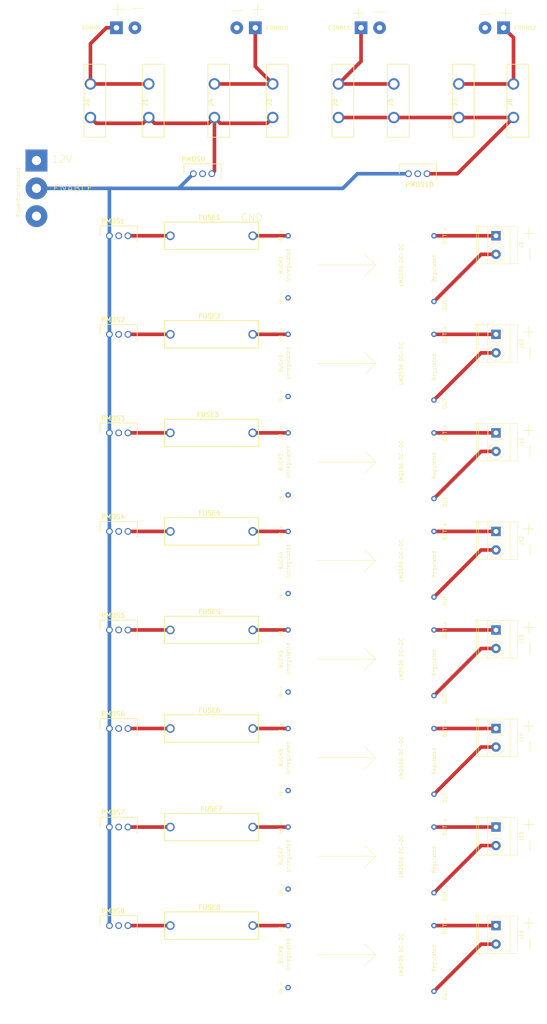
<source format=kicad_pcb>
(kicad_pcb (version 20171130) (host pcbnew "(5.1.4)-1")
  (layers (0 F.Cu signal) (1 In1.Cu power hide) (2 In2.Cu power) (31 B.Cu signal) (34 B.Paste user) (35 F.Paste user) (36 B.SilkS user) (37 F.SilkS user) (38 B.Mask user) (39 F.Mask user) (44 Edge.Cuts user))
  (net 0 "")
  (net 1 "Net-(FUSE1-Pad1)")
  (net 2 "Net-(FUSE2-Pad1)")
  (net 3 "Net-(FUSE3-Pad1)")
  (net 4 "Net-(FUSE4-Pad1)")
  (net 5 "Net-(FUSE5-Pad1)")
  (net 6 "Net-(FUSE6-Pad1)")
  (net 7 "Net-(FUSE7-Pad1)")
  (net 8 "Net-(FUSE8-Pad1)")
  (net 9 "Net-(CONN9-Pad1)")
  (net 10 "Net-(J1-Pad1)")
  (net 11 "Net-(CONN10-Pad1)")
  (net 12 "Net-(CONN11-Pad1)")
  (net 13 "Net-(J5-Pad1)")
  (net 14 "Net-(CONN12-Pad1)")
  (net 15 +12V)
  (net 16 "Net-(BUCK1-Pad4)")
  (net 17 "Net-(BUCK1-Pad3)")
  (net 18 GND)
  (net 19 "Net-(BUCK2-Pad4)")
  (net 20 "Net-(BUCK2-Pad3)")
  (net 21 "Net-(BUCK3-Pad4)")
  (net 22 "Net-(BUCK3-Pad3)")
  (net 23 "Net-(BUCK4-Pad4)")
  (net 24 "Net-(BUCK4-Pad3)")
  (net 25 "Net-(BUCK5-Pad4)")
  (net 26 "Net-(BUCK5-Pad3)")
  (net 27 "Net-(BUCK6-Pad4)")
  (net 28 "Net-(BUCK6-Pad3)")
  (net 29 "Net-(BUCK7-Pad4)")
  (net 30 "Net-(BUCK7-Pad3)")
  (net 31 "Net-(BUCK8-Pad4)")
  (net 32 "Net-(BUCK8-Pad3)")
  (net 33 /ENABLE)
  (net 34 "Net-(BUCK1-Pad2)")
  (net 35 "Net-(BUCK2-Pad2)")
  (net 36 "Net-(BUCK3-Pad2)")
  (net 37 "Net-(BUCK4-Pad2)")
  (net 38 "Net-(BUCK5-Pad2)")
  (net 39 "Net-(BUCK6-Pad2)")
  (net 40 "Net-(BUCK7-Pad2)")
  (net 41 "Net-(BUCK8-Pad2)")
  (module SCR_KiCAD_Lib:LM2596 (layer F.Cu) (at 368 70 90)
    (fp_text reference BUCK2 (at -1 1 90) (layer F.SilkS))
    (fp_text value LM2596)
    (fp_text user "LM2596 DC-DC" (at -1 34 90) (layer F.SilkS))
    (fp_text user "OUT +" (at 7 46 90) (layer F.SilkS))
    (fp_text user "OUT -" (at -11 46 90) (layer F.SilkS))
    (fp_text user "IN +" (at 7 1 90) (layer F.SilkS))
    (fp_text user "IN -" (at -10 1 90) (layer F.SilkS))
    (fp_text user Regulated (at -2 43 90) (layer F.SilkS))
    (fp_text user Unregulated (at -1 3 90) (layer F.SilkS))
    (pad 4 thru_hole circle (at 7 43 90) (size 1.524 1.524) (drill 0.762) (layers *.Cu *.Mask) (net 19 "Net-(BUCK2-Pad4)"))
    (pad 3 thru_hole circle (at -11 43 90) (size 1.524 1.524) (drill 0.762) (layers *.Cu *.Mask) (net 20 "Net-(BUCK2-Pad3)"))
    (pad 2 thru_hole circle (at 7 3 90) (size 1.524 1.524) (drill 0.762) (layers *.Cu *.Mask) (net 35 "Net-(BUCK2-Pad2)"))
    (pad 1 thru_hole circle (at -10 3 90) (size 1.524 1.524) (drill 0.762) (layers *.Cu *.Mask) (net 18 GND))
  )
  (module Connector_Wire:SolderWirePad_1x02_P5.08mm_Drill1.5mm (layer F.Cu) (at 430.08 -21 180)
    (fp_text reference CONN12 (at -5.92 0) (layer F.SilkS))
    (fp_text value Conn_01x02)
    (pad 2 thru_hole circle (at 5.08 0 180) (size 3.50012 3.50012) (drill 1.50114) (layers *.Cu *.Mask) (net 18 GND))
    (pad 1 thru_hole rect (at 0 0 180) (size 3.50012 3.50012) (drill 1.50114) (layers *.Cu *.Mask) (net 14 "Net-(CONN12-Pad1)"))
  )
  (module Connector_Wire:SolderWirePad_1x02_P5.08mm_Drill1.5mm (layer F.Cu) (at 391 -21)
    (fp_text reference CONN11 (at -6 0) (layer F.SilkS))
    (fp_text value Conn_01x02)
    (pad 2 thru_hole circle (at 5.08 0) (size 3.50012 3.50012) (drill 1.50114) (layers *.Cu *.Mask) (net 18 GND))
    (pad 1 thru_hole rect (at 0 0) (size 3.50012 3.50012) (drill 1.50114) (layers *.Cu *.Mask) (net 12 "Net-(CONN11-Pad1)"))
  )
  (module Connector_Wire:SolderWirePad_1x02_P5.08mm_Drill1.5mm (layer F.Cu) (at 362 -21 180)
    (fp_text reference CONN10 (at -6 0) (layer F.SilkS))
    (fp_text value Conn_01x02)
    (pad 2 thru_hole circle (at 5.08 0 180) (size 3.50012 3.50012) (drill 1.50114) (layers *.Cu *.Mask) (net 18 GND))
    (pad 1 thru_hole rect (at 0 0 180) (size 3.50012 3.50012) (drill 1.50114) (layers *.Cu *.Mask) (net 11 "Net-(CONN10-Pad1)"))
  )
  (module Connector_Wire:SolderWirePad_1x02_P5.08mm_Drill1.5mm (layer F.Cu) (at 323.92 -21)
    (fp_text reference CONN9 (at -6.92 0) (layer F.SilkS))
    (fp_text value Conn_01x02)
    (pad 2 thru_hole circle (at 5.08 0) (size 3.50012 3.50012) (drill 1.50114) (layers *.Cu *.Mask) (net 18 GND))
    (pad 1 thru_hole rect (at 0 0) (size 3.50012 3.50012) (drill 1.50114) (layers *.Cu *.Mask) (net 9 "Net-(CONN9-Pad1)"))
  )
  (module Connector_Wire:SolderWirePad_1x03_P7.62mm_Drill2.5mm (layer F.Cu) (at 302 15.38 270)
    (fp_text reference PowerConnection1 (at 8.62 5 90) (layer F.SilkS))
    (fp_text value Conn_01x03)
    (pad 3 thru_hole circle (at 15.24 0 270) (size 5.99948 5.99948) (drill 2.49936) (layers *.Cu *.Mask) (net 18 GND))
    (pad 2 thru_hole circle (at 7.62 0 270) (size 5.99948 5.99948) (drill 2.49936) (layers *.Cu *.Mask) (net 33 /ENABLE))
    (pad 1 thru_hole rect (at 0 0 270) (size 5.99948 5.99948) (drill 2.49936) (layers *.Cu *.Mask) (net 15 +12V))
  )
  (module TerminalBlock_Phoenix:TerminalBlock_Phoenix_MKDS-3-2-5.08_1x02_P5.08mm_Horizontal (layer F.Cu) (at 428 225 270)
    (fp_text reference J16 (at 2.54 -6.96 90) (layer F.SilkS))
    (fp_text value Screw_Terminal_01x02)
    (pad 2 thru_hole circle (at 5.08 0 270) (size 2.6 2.6) (drill 1.3) (layers *.Cu *.Mask) (net 32 "Net-(BUCK8-Pad3)"))
    (pad 1 thru_hole rect (at 0 0 270) (size 2.6 2.6) (drill 1.3) (layers *.Cu *.Mask) (net 31 "Net-(BUCK8-Pad4)"))
  )
  (module TerminalBlock_Phoenix:TerminalBlock_Phoenix_MKDS-3-2-5.08_1x02_P5.08mm_Horizontal (layer F.Cu) (at 428 198 270)
    (fp_text reference J15 (at 2.54 -6.96 90) (layer F.SilkS))
    (fp_text value Screw_Terminal_01x02)
    (pad 2 thru_hole circle (at 5.08 0 270) (size 2.6 2.6) (drill 1.3) (layers *.Cu *.Mask) (net 30 "Net-(BUCK7-Pad3)"))
    (pad 1 thru_hole rect (at 0 0 270) (size 2.6 2.6) (drill 1.3) (layers *.Cu *.Mask) (net 29 "Net-(BUCK7-Pad4)"))
  )
  (module TerminalBlock_Phoenix:TerminalBlock_Phoenix_MKDS-3-2-5.08_1x02_P5.08mm_Horizontal (layer F.Cu) (at 428 171 270)
    (fp_text reference J14 (at 2.54 -6.96 90) (layer F.SilkS))
    (fp_text value Screw_Terminal_01x02)
    (pad 2 thru_hole circle (at 5.08 0 270) (size 2.6 2.6) (drill 1.3) (layers *.Cu *.Mask) (net 28 "Net-(BUCK6-Pad3)"))
    (pad 1 thru_hole rect (at 0 0 270) (size 2.6 2.6) (drill 1.3) (layers *.Cu *.Mask) (net 27 "Net-(BUCK6-Pad4)"))
  )
  (module TerminalBlock_Phoenix:TerminalBlock_Phoenix_MKDS-3-2-5.08_1x02_P5.08mm_Horizontal (layer F.Cu) (at 428 144 270)
    (fp_text reference J13 (at 2.54 -6.96 90) (layer F.SilkS))
    (fp_text value Screw_Terminal_01x02)
    (pad 2 thru_hole circle (at 5.08 0 270) (size 2.6 2.6) (drill 1.3) (layers *.Cu *.Mask) (net 26 "Net-(BUCK5-Pad3)"))
    (pad 1 thru_hole rect (at 0 0 270) (size 2.6 2.6) (drill 1.3) (layers *.Cu *.Mask) (net 25 "Net-(BUCK5-Pad4)"))
  )
  (module TerminalBlock_Phoenix:TerminalBlock_Phoenix_MKDS-3-2-5.08_1x02_P5.08mm_Horizontal (layer F.Cu) (at 428 117 270)
    (fp_text reference J12 (at 2.54 -6.96 90) (layer F.SilkS))
    (fp_text value Screw_Terminal_01x02)
    (pad 2 thru_hole circle (at 5.08 0 270) (size 2.6 2.6) (drill 1.3) (layers *.Cu *.Mask) (net 24 "Net-(BUCK4-Pad3)"))
    (pad 1 thru_hole rect (at 0 0 270) (size 2.6 2.6) (drill 1.3) (layers *.Cu *.Mask) (net 23 "Net-(BUCK4-Pad4)"))
  )
  (module TerminalBlock_Phoenix:TerminalBlock_Phoenix_MKDS-3-2-5.08_1x02_P5.08mm_Horizontal (layer F.Cu) (at 428 90 270)
    (fp_text reference J11 (at 2.54 -6.96 90) (layer F.SilkS))
    (fp_text value Screw_Terminal_01x02)
    (pad 2 thru_hole circle (at 5.08 0 270) (size 2.6 2.6) (drill 1.3) (layers *.Cu *.Mask) (net 22 "Net-(BUCK3-Pad3)"))
    (pad 1 thru_hole rect (at 0 0 270) (size 2.6 2.6) (drill 1.3) (layers *.Cu *.Mask) (net 21 "Net-(BUCK3-Pad4)"))
  )
  (module TerminalBlock_Phoenix:TerminalBlock_Phoenix_MKDS-3-2-5.08_1x02_P5.08mm_Horizontal (layer F.Cu) (at 428 63 270)
    (fp_text reference J10 (at 2.54 -6.96 90) (layer F.SilkS))
    (fp_text value Screw_Terminal_01x02)
    (pad 2 thru_hole circle (at 5.08 0 270) (size 2.6 2.6) (drill 1.3) (layers *.Cu *.Mask) (net 20 "Net-(BUCK2-Pad3)"))
    (pad 1 thru_hole rect (at 0 0 270) (size 2.6 2.6) (drill 1.3) (layers *.Cu *.Mask) (net 19 "Net-(BUCK2-Pad4)"))
  )
  (module TerminalBlock_Phoenix:TerminalBlock_Phoenix_MKDS-3-2-5.08_1x02_P5.08mm_Horizontal (layer F.Cu) (at 428 36 270)
    (fp_text reference J9 (at 2.54 -6.96 90) (layer F.SilkS))
    (fp_text value Screw_Terminal_01x02)
    (pad 2 thru_hole circle (at 5.08 0 270) (size 2.6 2.6) (drill 1.3) (layers *.Cu *.Mask) (net 17 "Net-(BUCK1-Pad3)"))
    (pad 1 thru_hole rect (at 0 0 270) (size 2.6 2.6) (drill 1.3) (layers *.Cu *.Mask) (net 16 "Net-(BUCK1-Pad4)"))
  )
  (module SCR_KiCAD_Lib:LM2596 (layer F.Cu) (at 368 232 90)
    (fp_text reference BUCK8 (at -1 1 90) (layer F.SilkS))
    (fp_text value LM2596)
    (fp_text user "LM2596 DC-DC" (at -1 34 90) (layer F.SilkS))
    (fp_text user "OUT +" (at 7 46 90) (layer F.SilkS))
    (fp_text user "OUT -" (at -11 46 90) (layer F.SilkS))
    (fp_text user "IN +" (at 7 1 90) (layer F.SilkS))
    (fp_text user "IN -" (at -10 1 90) (layer F.SilkS))
    (fp_text user Regulated (at -2 43 90) (layer F.SilkS))
    (fp_text user Unregulated (at -1 3 90) (layer F.SilkS))
    (pad 4 thru_hole circle (at 7 43 90) (size 1.524 1.524) (drill 0.762) (layers *.Cu *.Mask) (net 31 "Net-(BUCK8-Pad4)"))
    (pad 3 thru_hole circle (at -11 43 90) (size 1.524 1.524) (drill 0.762) (layers *.Cu *.Mask) (net 32 "Net-(BUCK8-Pad3)"))
    (pad 2 thru_hole circle (at 7 3 90) (size 1.524 1.524) (drill 0.762) (layers *.Cu *.Mask) (net 41 "Net-(BUCK8-Pad2)"))
    (pad 1 thru_hole circle (at -10 3 90) (size 1.524 1.524) (drill 0.762) (layers *.Cu *.Mask) (net 18 GND))
  )
  (module SCR_KiCAD_Lib:LM2596 (layer F.Cu) (at 368 205 90)
    (fp_text reference BUCK7 (at -1 1 90) (layer F.SilkS))
    (fp_text value LM2596)
    (fp_text user "LM2596 DC-DC" (at -1 34 90) (layer F.SilkS))
    (fp_text user "OUT +" (at 7 46 90) (layer F.SilkS))
    (fp_text user "OUT -" (at -11 46 90) (layer F.SilkS))
    (fp_text user "IN +" (at 7 1 90) (layer F.SilkS))
    (fp_text user "IN -" (at -10 1 90) (layer F.SilkS))
    (fp_text user Regulated (at -2 43 90) (layer F.SilkS))
    (fp_text user Unregulated (at -1 3 90) (layer F.SilkS))
    (pad 4 thru_hole circle (at 7 43 90) (size 1.524 1.524) (drill 0.762) (layers *.Cu *.Mask) (net 29 "Net-(BUCK7-Pad4)"))
    (pad 3 thru_hole circle (at -11 43 90) (size 1.524 1.524) (drill 0.762) (layers *.Cu *.Mask) (net 30 "Net-(BUCK7-Pad3)"))
    (pad 2 thru_hole circle (at 7 3 90) (size 1.524 1.524) (drill 0.762) (layers *.Cu *.Mask) (net 40 "Net-(BUCK7-Pad2)"))
    (pad 1 thru_hole circle (at -10 3 90) (size 1.524 1.524) (drill 0.762) (layers *.Cu *.Mask) (net 18 GND))
  )
  (module SCR_KiCAD_Lib:LM2596 (layer F.Cu) (at 368 178 90)
    (fp_text reference BUCK6 (at -1 1 90) (layer F.SilkS))
    (fp_text value LM2596)
    (fp_text user "LM2596 DC-DC" (at -1 34 90) (layer F.SilkS))
    (fp_text user "OUT +" (at 7 46 90) (layer F.SilkS))
    (fp_text user "OUT -" (at -11 46 90) (layer F.SilkS))
    (fp_text user "IN +" (at 7 1 90) (layer F.SilkS))
    (fp_text user "IN -" (at -10 1 90) (layer F.SilkS))
    (fp_text user Regulated (at -2 43 90) (layer F.SilkS))
    (fp_text user Unregulated (at -1 3 90) (layer F.SilkS))
    (pad 4 thru_hole circle (at 7 43 90) (size 1.524 1.524) (drill 0.762) (layers *.Cu *.Mask) (net 27 "Net-(BUCK6-Pad4)"))
    (pad 3 thru_hole circle (at -11 43 90) (size 1.524 1.524) (drill 0.762) (layers *.Cu *.Mask) (net 28 "Net-(BUCK6-Pad3)"))
    (pad 2 thru_hole circle (at 7 3 90) (size 1.524 1.524) (drill 0.762) (layers *.Cu *.Mask) (net 39 "Net-(BUCK6-Pad2)"))
    (pad 1 thru_hole circle (at -10 3 90) (size 1.524 1.524) (drill 0.762) (layers *.Cu *.Mask) (net 18 GND))
  )
  (module SCR_KiCAD_Lib:LM2596 (layer F.Cu) (at 368 151 90)
    (fp_text reference BUCK5 (at -1 1 90) (layer F.SilkS))
    (fp_text value LM2596)
    (fp_text user "LM2596 DC-DC" (at -1 34 90) (layer F.SilkS))
    (fp_text user "OUT +" (at 7 46 90) (layer F.SilkS))
    (fp_text user "OUT -" (at -11 46 90) (layer F.SilkS))
    (fp_text user "IN +" (at 7 1 90) (layer F.SilkS))
    (fp_text user "IN -" (at -10 1 90) (layer F.SilkS))
    (fp_text user Regulated (at -2 43 90) (layer F.SilkS))
    (fp_text user Unregulated (at -1 3 90) (layer F.SilkS))
    (pad 4 thru_hole circle (at 7 43 90) (size 1.524 1.524) (drill 0.762) (layers *.Cu *.Mask) (net 25 "Net-(BUCK5-Pad4)"))
    (pad 3 thru_hole circle (at -11 43 90) (size 1.524 1.524) (drill 0.762) (layers *.Cu *.Mask) (net 26 "Net-(BUCK5-Pad3)"))
    (pad 2 thru_hole circle (at 7 3 90) (size 1.524 1.524) (drill 0.762) (layers *.Cu *.Mask) (net 38 "Net-(BUCK5-Pad2)"))
    (pad 1 thru_hole circle (at -10 3 90) (size 1.524 1.524) (drill 0.762) (layers *.Cu *.Mask) (net 18 GND))
  )
  (module SCR_KiCAD_Lib:LM2596 (layer F.Cu) (at 368 124 90)
    (fp_text reference BUCK4 (at -1 1 90) (layer F.SilkS))
    (fp_text value LM2596)
    (fp_text user "LM2596 DC-DC" (at -1 34 90) (layer F.SilkS))
    (fp_text user "OUT +" (at 7 46 90) (layer F.SilkS))
    (fp_text user "OUT -" (at -11 46 90) (layer F.SilkS))
    (fp_text user "IN +" (at 7 1 90) (layer F.SilkS))
    (fp_text user "IN -" (at -10 1 90) (layer F.SilkS))
    (fp_text user Regulated (at -2 43 90) (layer F.SilkS))
    (fp_text user Unregulated (at -1 3 90) (layer F.SilkS))
    (pad 4 thru_hole circle (at 7 43 90) (size 1.524 1.524) (drill 0.762) (layers *.Cu *.Mask) (net 23 "Net-(BUCK4-Pad4)"))
    (pad 3 thru_hole circle (at -11 43 90) (size 1.524 1.524) (drill 0.762) (layers *.Cu *.Mask) (net 24 "Net-(BUCK4-Pad3)"))
    (pad 2 thru_hole circle (at 7 3 90) (size 1.524 1.524) (drill 0.762) (layers *.Cu *.Mask) (net 37 "Net-(BUCK4-Pad2)"))
    (pad 1 thru_hole circle (at -10 3 90) (size 1.524 1.524) (drill 0.762) (layers *.Cu *.Mask) (net 18 GND))
  )
  (module SCR_KiCAD_Lib:LM2596 (layer F.Cu) (at 368 97 90)
    (fp_text reference BUCK3 (at -1 1 90) (layer F.SilkS))
    (fp_text value LM2596)
    (fp_text user "LM2596 DC-DC" (at -1 34 90) (layer F.SilkS))
    (fp_text user "OUT +" (at 7 46 90) (layer F.SilkS))
    (fp_text user "OUT -" (at -11 46 90) (layer F.SilkS))
    (fp_text user "IN +" (at 7 1 90) (layer F.SilkS))
    (fp_text user "IN -" (at -10 1 90) (layer F.SilkS))
    (fp_text user Regulated (at -2 43 90) (layer F.SilkS))
    (fp_text user Unregulated (at -1 3 90) (layer F.SilkS))
    (pad 4 thru_hole circle (at 7 43 90) (size 1.524 1.524) (drill 0.762) (layers *.Cu *.Mask) (net 21 "Net-(BUCK3-Pad4)"))
    (pad 3 thru_hole circle (at -11 43 90) (size 1.524 1.524) (drill 0.762) (layers *.Cu *.Mask) (net 22 "Net-(BUCK3-Pad3)"))
    (pad 2 thru_hole circle (at 7 3 90) (size 1.524 1.524) (drill 0.762) (layers *.Cu *.Mask) (net 36 "Net-(BUCK3-Pad2)"))
    (pad 1 thru_hole circle (at -10 3 90) (size 1.524 1.524) (drill 0.762) (layers *.Cu *.Mask) (net 18 GND))
  )
  (module SCR_KiCAD_Lib:LM2596 (layer F.Cu) (at 368 43 90)
    (fp_text reference BUCK1 (at -1 1 90) (layer F.SilkS))
    (fp_text value LM2596)
    (fp_text user "LM2596 DC-DC" (at -1 34 90) (layer F.SilkS))
    (fp_text user "OUT +" (at 7 46 90) (layer F.SilkS))
    (fp_text user "OUT -" (at -11 46 90) (layer F.SilkS))
    (fp_text user "IN +" (at 7 1 90) (layer F.SilkS))
    (fp_text user "IN -" (at -10 1 90) (layer F.SilkS))
    (fp_text user Regulated (at -2 43 90) (layer F.SilkS))
    (fp_text user Unregulated (at -1 3 90) (layer F.SilkS))
    (pad 4 thru_hole circle (at 7 43 90) (size 1.524 1.524) (drill 0.762) (layers *.Cu *.Mask) (net 16 "Net-(BUCK1-Pad4)"))
    (pad 3 thru_hole circle (at -11 43 90) (size 1.524 1.524) (drill 0.762) (layers *.Cu *.Mask) (net 17 "Net-(BUCK1-Pad3)"))
    (pad 2 thru_hole circle (at 7 3 90) (size 1.524 1.524) (drill 0.762) (layers *.Cu *.Mask) (net 34 "Net-(BUCK1-Pad2)"))
    (pad 1 thru_hole circle (at -10 3 90) (size 1.524 1.524) (drill 0.762) (layers *.Cu *.Mask) (net 18 GND))
  )
  (module LibraryLoader:TO254P440X1000X2110-3P (layer F.Cu) (at 404 19)
    (fp_text reference PMOS10 (at 3 3) (layer F.SilkS) (effects (font (size 1.27 1.27) (thickness 0.254))))
    (fp_text value IPP120P04P4L03AKSA1 hide)
    (pad 3 thru_hole circle (at 5.08 0) (size 1.86 1.86) (drill 1.24) (layers *.Cu *.Mask) (net 13 "Net-(J5-Pad1)"))
    (pad 2 thru_hole circle (at 2.54 0) (size 1.86 1.86) (drill 1.24) (layers *.Cu *.Mask) (net 15 +12V))
    (pad 1 thru_hole circle (at 0 0) (size 1.86 1.86) (drill 1.24) (layers *.Cu *.Mask) (net 33 /ENABLE))
  )
  (module LibraryLoader:TO254P440X1000X2110-3P (layer F.Cu) (at 345 19)
    (fp_text reference PMOS9 (at 0 -4) (layer F.SilkS) (effects (font (size 1.27 1.27) (thickness 0.254))))
    (fp_text value IPP120P04P4L03AKSA1 hide)
    (pad 1 thru_hole circle (at 0 0) (size 1.86 1.86) (drill 1.24) (layers *.Cu *.Mask) (net 33 /ENABLE))
    (pad 2 thru_hole circle (at 2.54 0) (size 1.86 1.86) (drill 1.24) (layers *.Cu *.Mask) (net 15 +12V))
    (pad 3 thru_hole circle (at 5.08 0) (size 1.86 1.86) (drill 1.24) (layers *.Cu *.Mask) (net 10 "Net-(J1-Pad1)"))
  )
  (module LibraryLoader:TO254P440X1000X2110-3P (layer F.Cu) (at 322 225)
    (fp_text reference PMOS8 (at 1 -4) (layer F.SilkS) (effects (font (size 1.27 1.27) (thickness 0.254))))
    (fp_text value IPP120P04P4L03AKSA1 hide)
    (pad 3 thru_hole circle (at 5.08 0) (size 1.86 1.86) (drill 1.24) (layers *.Cu *.Mask) (net 8 "Net-(FUSE8-Pad1)"))
    (pad 2 thru_hole circle (at 2.54 0) (size 1.86 1.86) (drill 1.24) (layers *.Cu *.Mask) (net 15 +12V))
    (pad 1 thru_hole circle (at 0 0) (size 1.86 1.86) (drill 1.24) (layers *.Cu *.Mask) (net 33 /ENABLE))
  )
  (module LibraryLoader:TO254P440X1000X2110-3P (layer F.Cu) (at 322 198)
    (fp_text reference PMOS7 (at 1 -4) (layer F.SilkS) (effects (font (size 1.27 1.27) (thickness 0.254))))
    (fp_text value IPP120P04P4L03AKSA1 hide)
    (pad 3 thru_hole circle (at 5.08 0) (size 1.86 1.86) (drill 1.24) (layers *.Cu *.Mask) (net 7 "Net-(FUSE7-Pad1)"))
    (pad 2 thru_hole circle (at 2.54 0) (size 1.86 1.86) (drill 1.24) (layers *.Cu *.Mask) (net 15 +12V))
    (pad 1 thru_hole circle (at 0 0) (size 1.86 1.86) (drill 1.24) (layers *.Cu *.Mask) (net 33 /ENABLE))
  )
  (module LibraryLoader:TO254P440X1000X2110-3P (layer F.Cu) (at 322 171)
    (fp_text reference PMOS6 (at 1 -4) (layer F.SilkS) (effects (font (size 1.27 1.27) (thickness 0.254))))
    (fp_text value IPP120P04P4L03AKSA1 hide)
    (pad 3 thru_hole circle (at 5.08 0) (size 1.86 1.86) (drill 1.24) (layers *.Cu *.Mask) (net 6 "Net-(FUSE6-Pad1)"))
    (pad 2 thru_hole circle (at 2.54 0) (size 1.86 1.86) (drill 1.24) (layers *.Cu *.Mask) (net 15 +12V))
    (pad 1 thru_hole circle (at 0 0) (size 1.86 1.86) (drill 1.24) (layers *.Cu *.Mask) (net 33 /ENABLE))
  )
  (module LibraryLoader:TO254P440X1000X2110-3P (layer F.Cu) (at 322 144)
    (fp_text reference PMOS5 (at 1 -4) (layer F.SilkS) (effects (font (size 1.27 1.27) (thickness 0.254))))
    (fp_text value IPP120P04P4L03AKSA1 hide)
    (pad 3 thru_hole circle (at 5.08 0) (size 1.86 1.86) (drill 1.24) (layers *.Cu *.Mask) (net 5 "Net-(FUSE5-Pad1)"))
    (pad 2 thru_hole circle (at 2.54 0) (size 1.86 1.86) (drill 1.24) (layers *.Cu *.Mask) (net 15 +12V))
    (pad 1 thru_hole circle (at 0 0) (size 1.86 1.86) (drill 1.24) (layers *.Cu *.Mask) (net 33 /ENABLE))
  )
  (module LibraryLoader:TO254P440X1000X2110-3P (layer F.Cu) (at 322 117)
    (fp_text reference PMOS4 (at 1 -4) (layer F.SilkS) (effects (font (size 1.27 1.27) (thickness 0.254))))
    (fp_text value IPP120P04P4L03AKSA1 hide)
    (pad 3 thru_hole circle (at 5.08 0) (size 1.86 1.86) (drill 1.24) (layers *.Cu *.Mask) (net 4 "Net-(FUSE4-Pad1)"))
    (pad 2 thru_hole circle (at 2.54 0) (size 1.86 1.86) (drill 1.24) (layers *.Cu *.Mask) (net 15 +12V))
    (pad 1 thru_hole circle (at 0 0) (size 1.86 1.86) (drill 1.24) (layers *.Cu *.Mask) (net 33 /ENABLE))
  )
  (module LibraryLoader:TO254P440X1000X2110-3P (layer F.Cu) (at 322 90)
    (fp_text reference PMOS3 (at 1 -4) (layer F.SilkS) (effects (font (size 1.27 1.27) (thickness 0.254))))
    (fp_text value IPP120P04P4L03AKSA1 hide)
    (pad 3 thru_hole circle (at 5.08 0) (size 1.86 1.86) (drill 1.24) (layers *.Cu *.Mask) (net 3 "Net-(FUSE3-Pad1)"))
    (pad 2 thru_hole circle (at 2.54 0) (size 1.86 1.86) (drill 1.24) (layers *.Cu *.Mask) (net 15 +12V))
    (pad 1 thru_hole circle (at 0 0) (size 1.86 1.86) (drill 1.24) (layers *.Cu *.Mask) (net 33 /ENABLE))
  )
  (module LibraryLoader:TO254P440X1000X2110-3P (layer F.Cu) (at 322 63)
    (fp_text reference PMOS2 (at 1 -4) (layer F.SilkS) (effects (font (size 1.27 1.27) (thickness 0.254))))
    (fp_text value IPP120P04P4L03AKSA1 hide)
    (pad 3 thru_hole circle (at 5.08 0) (size 1.86 1.86) (drill 1.24) (layers *.Cu *.Mask) (net 2 "Net-(FUSE2-Pad1)"))
    (pad 2 thru_hole circle (at 2.54 0) (size 1.86 1.86) (drill 1.24) (layers *.Cu *.Mask) (net 15 +12V))
    (pad 1 thru_hole circle (at 0 0) (size 1.86 1.86) (drill 1.24) (layers *.Cu *.Mask) (net 33 /ENABLE))
  )
  (module LibraryLoader:TO254P440X1000X2110-3P (layer F.Cu) (at 322 36)
    (fp_text reference PMOS1 (at 1 -4) (layer F.SilkS) (effects (font (size 1.27 1.27) (thickness 0.254))))
    (fp_text value IPP120P04P4L03AKSA1 hide)
    (pad 3 thru_hole circle (at 5.08 0) (size 1.86 1.86) (drill 1.24) (layers *.Cu *.Mask) (net 1 "Net-(FUSE1-Pad1)"))
    (pad 2 thru_hole circle (at 2.54 0) (size 1.86 1.86) (drill 1.24) (layers *.Cu *.Mask) (net 15 +12V))
    (pad 1 thru_hole circle (at 0 0) (size 1.86 1.86) (drill 1.24) (layers *.Cu *.Mask) (net 33 /ENABLE))
  )
  (module LibraryLoader:178.6164.0002_1 (layer F.Cu) (at 434 -1 90)
    (fp_text reference J8 (at -0.437 -2.197 90) (layer F.SilkS) (effects (font (size 1.27 1.27) (thickness 0.254))))
    (fp_text value 178.6164.0002 hide)
    (pad 3 np_thru_hole circle (at 0 0 90) (size 2.45 0) (drill 2.45) (layers *.Cu *.Mask))
    (pad 2 thru_hole circle (at 4.6 -1.2 90) (size 3.15 3.15) (drill 2.1) (layers *.Cu *.Mask) (net 14 "Net-(CONN12-Pad1)"))
    (pad 1 thru_hole circle (at -4.6 -1.2 90) (size 3.15 3.15) (drill 2.1) (layers *.Cu *.Mask) (net 13 "Net-(J5-Pad1)"))
  )
  (module LibraryLoader:178.6164.0002_1 (layer F.Cu) (at 419 -1 90)
    (fp_text reference J7 (at -0.437 -2.197 90) (layer F.SilkS) (effects (font (size 1.27 1.27) (thickness 0.254))))
    (fp_text value 178.6164.0002 hide)
    (pad 3 np_thru_hole circle (at 0 0 90) (size 2.45 0) (drill 2.45) (layers *.Cu *.Mask))
    (pad 2 thru_hole circle (at 4.6 -1.2 90) (size 3.15 3.15) (drill 2.1) (layers *.Cu *.Mask) (net 14 "Net-(CONN12-Pad1)"))
    (pad 1 thru_hole circle (at -4.6 -1.2 90) (size 3.15 3.15) (drill 2.1) (layers *.Cu *.Mask) (net 13 "Net-(J5-Pad1)"))
  )
  (module LibraryLoader:178.6164.0002_1 (layer F.Cu) (at 401.2 -1 90)
    (fp_text reference J6 (at -0.437 -2.197 90) (layer F.SilkS) (effects (font (size 1.27 1.27) (thickness 0.254))))
    (fp_text value 178.6164.0002 hide)
    (pad 3 np_thru_hole circle (at 0 0 90) (size 2.45 0) (drill 2.45) (layers *.Cu *.Mask))
    (pad 2 thru_hole circle (at 4.6 -1.2 90) (size 3.15 3.15) (drill 2.1) (layers *.Cu *.Mask) (net 12 "Net-(CONN11-Pad1)"))
    (pad 1 thru_hole circle (at -4.6 -1.2 90) (size 3.15 3.15) (drill 2.1) (layers *.Cu *.Mask) (net 13 "Net-(J5-Pad1)"))
  )
  (module LibraryLoader:178.6164.0002_1 (layer F.Cu) (at 386 -1 90)
    (fp_text reference J5 (at -0.437 -2.197 90) (layer F.SilkS) (effects (font (size 1.27 1.27) (thickness 0.254))))
    (fp_text value 178.6164.0002 hide)
    (pad 3 np_thru_hole circle (at 0 0 90) (size 2.45 0) (drill 2.45) (layers *.Cu *.Mask))
    (pad 2 thru_hole circle (at 4.6 -1.2 90) (size 3.15 3.15) (drill 2.1) (layers *.Cu *.Mask) (net 12 "Net-(CONN11-Pad1)"))
    (pad 1 thru_hole circle (at -4.6 -1.2 90) (size 3.15 3.15) (drill 2.1) (layers *.Cu *.Mask) (net 13 "Net-(J5-Pad1)"))
  )
  (module LibraryLoader:178.6164.0002_1 (layer F.Cu) (at 352 -1 90)
    (fp_text reference J4 (at -0.437 -2.197 90) (layer F.SilkS) (effects (font (size 1.27 1.27) (thickness 0.254))))
    (fp_text value 178.6164.0002 hide)
    (pad 3 np_thru_hole circle (at 0 0 90) (size 2.45 0) (drill 2.45) (layers *.Cu *.Mask))
    (pad 2 thru_hole circle (at 4.6 -1.2 90) (size 3.15 3.15) (drill 2.1) (layers *.Cu *.Mask) (net 11 "Net-(CONN10-Pad1)"))
    (pad 1 thru_hole circle (at -4.6 -1.2 90) (size 3.15 3.15) (drill 2.1) (layers *.Cu *.Mask) (net 10 "Net-(J1-Pad1)"))
  )
  (module LibraryLoader:178.6164.0002_1 (layer F.Cu) (at 368 -1 90)
    (fp_text reference J3 (at -0.437 -2.197 90) (layer F.SilkS) (effects (font (size 1.27 1.27) (thickness 0.254))))
    (fp_text value 178.6164.0002 hide)
    (pad 3 np_thru_hole circle (at 0 0 90) (size 2.45 0) (drill 2.45) (layers *.Cu *.Mask))
    (pad 2 thru_hole circle (at 4.6 -1.2 90) (size 3.15 3.15) (drill 2.1) (layers *.Cu *.Mask) (net 11 "Net-(CONN10-Pad1)"))
    (pad 1 thru_hole circle (at -4.6 -1.2 90) (size 3.15 3.15) (drill 2.1) (layers *.Cu *.Mask) (net 10 "Net-(J1-Pad1)"))
  )
  (module LibraryLoader:178.6164.0002_1 (layer F.Cu) (at 318 -1 90)
    (fp_text reference J2 (at -0.437 -2.197 90) (layer F.SilkS) (effects (font (size 1.27 1.27) (thickness 0.254))))
    (fp_text value 178.6164.0002 hide)
    (pad 3 np_thru_hole circle (at 0 0 90) (size 2.45 0) (drill 2.45) (layers *.Cu *.Mask))
    (pad 2 thru_hole circle (at 4.6 -1.2 90) (size 3.15 3.15) (drill 2.1) (layers *.Cu *.Mask) (net 9 "Net-(CONN9-Pad1)"))
    (pad 1 thru_hole circle (at -4.6 -1.2 90) (size 3.15 3.15) (drill 2.1) (layers *.Cu *.Mask) (net 10 "Net-(J1-Pad1)"))
  )
  (module LibraryLoader:178.6164.0002_1 (layer F.Cu) (at 334 -1 90)
    (fp_text reference J1 (at -0.437 -2.197 90) (layer F.SilkS) (effects (font (size 1.27 1.27) (thickness 0.254))))
    (fp_text value 178.6164.0002 hide)
    (pad 3 np_thru_hole circle (at 0 0 90) (size 2.45 0) (drill 2.45) (layers *.Cu *.Mask))
    (pad 2 thru_hole circle (at 4.6 -1.2 90) (size 3.15 3.15) (drill 2.1) (layers *.Cu *.Mask) (net 9 "Net-(CONN9-Pad1)"))
    (pad 1 thru_hole circle (at -4.6 -1.2 90) (size 3.15 3.15) (drill 2.1) (layers *.Cu *.Mask) (net 10 "Net-(J1-Pad1)"))
  )
  (module LibraryLoader:646-SERIESHOLDER (layer F.Cu) (at 350 225)
    (fp_text reference FUSE8 (at -0.565 -5) (layer F.SilkS) (effects (font (size 1.27 1.27) (thickness 0.254))))
    (fp_text value 64600001003 hide)
    (pad 2 thru_hole circle (at 11.3 0) (size 2.4 2.4) (drill 1.6) (layers *.Cu *.Mask) (net 41 "Net-(BUCK8-Pad2)"))
    (pad 1 thru_hole circle (at -11.3 0) (size 2.4 2.4) (drill 1.6) (layers *.Cu *.Mask) (net 8 "Net-(FUSE8-Pad1)"))
  )
  (module LibraryLoader:646-SERIESHOLDER (layer F.Cu) (at 350 198)
    (fp_text reference FUSE7 (at 0 -5) (layer F.SilkS) (effects (font (size 1.27 1.27) (thickness 0.254))))
    (fp_text value 64600001003 hide)
    (pad 2 thru_hole circle (at 11.3 0) (size 2.4 2.4) (drill 1.6) (layers *.Cu *.Mask) (net 40 "Net-(BUCK7-Pad2)"))
    (pad 1 thru_hole circle (at -11.3 0) (size 2.4 2.4) (drill 1.6) (layers *.Cu *.Mask) (net 7 "Net-(FUSE7-Pad1)"))
  )
  (module LibraryLoader:646-SERIESHOLDER (layer F.Cu) (at 350 171)
    (fp_text reference FUSE6 (at -0.565 -5) (layer F.SilkS) (effects (font (size 1.27 1.27) (thickness 0.254))))
    (fp_text value 64600001003 hide)
    (pad 2 thru_hole circle (at 11.3 0) (size 2.4 2.4) (drill 1.6) (layers *.Cu *.Mask) (net 39 "Net-(BUCK6-Pad2)"))
    (pad 1 thru_hole circle (at -11.3 0) (size 2.4 2.4) (drill 1.6) (layers *.Cu *.Mask) (net 6 "Net-(FUSE6-Pad1)"))
  )
  (module LibraryLoader:646-SERIESHOLDER (layer F.Cu) (at 350 144)
    (fp_text reference FUSE5 (at -0.565 -5) (layer F.SilkS) (effects (font (size 1.27 1.27) (thickness 0.254))))
    (fp_text value 64600001003 hide)
    (pad 2 thru_hole circle (at 11.3 0) (size 2.4 2.4) (drill 1.6) (layers *.Cu *.Mask) (net 38 "Net-(BUCK5-Pad2)"))
    (pad 1 thru_hole circle (at -11.3 0) (size 2.4 2.4) (drill 1.6) (layers *.Cu *.Mask) (net 5 "Net-(FUSE5-Pad1)"))
  )
  (module LibraryLoader:646-SERIESHOLDER (layer F.Cu) (at 350 117)
    (fp_text reference FUSE4 (at -0.565 -5) (layer F.SilkS) (effects (font (size 1.27 1.27) (thickness 0.254))))
    (fp_text value 64600001003 hide)
    (pad 2 thru_hole circle (at 11.3 0) (size 2.4 2.4) (drill 1.6) (layers *.Cu *.Mask) (net 37 "Net-(BUCK4-Pad2)"))
    (pad 1 thru_hole circle (at -11.3 0) (size 2.4 2.4) (drill 1.6) (layers *.Cu *.Mask) (net 4 "Net-(FUSE4-Pad1)"))
  )
  (module LibraryLoader:646-SERIESHOLDER (layer F.Cu) (at 350 90)
    (fp_text reference FUSE3 (at -1 -5) (layer F.SilkS) (effects (font (size 1.27 1.27) (thickness 0.254))))
    (fp_text value 64600001003 hide)
    (pad 2 thru_hole circle (at 11.3 0) (size 2.4 2.4) (drill 1.6) (layers *.Cu *.Mask) (net 36 "Net-(BUCK3-Pad2)"))
    (pad 1 thru_hole circle (at -11.3 0) (size 2.4 2.4) (drill 1.6) (layers *.Cu *.Mask) (net 3 "Net-(FUSE3-Pad1)"))
  )
  (module LibraryLoader:646-SERIESHOLDER (layer F.Cu) (at 350 63)
    (fp_text reference FUSE2 (at -0.565 -5) (layer F.SilkS) (effects (font (size 1.27 1.27) (thickness 0.254))))
    (fp_text value 64600001003 hide)
    (pad 2 thru_hole circle (at 11.3 0) (size 2.4 2.4) (drill 1.6) (layers *.Cu *.Mask) (net 35 "Net-(BUCK2-Pad2)"))
    (pad 1 thru_hole circle (at -11.3 0) (size 2.4 2.4) (drill 1.6) (layers *.Cu *.Mask) (net 2 "Net-(FUSE2-Pad1)"))
  )
  (module LibraryLoader:646-SERIESHOLDER (layer F.Cu) (at 350 36)
    (fp_text reference FUSE1 (at -0.565 -5) (layer F.SilkS) (effects (font (size 1.27 1.27) (thickness 0.254))))
    (fp_text value 64600001003 hide)
    (pad 2 thru_hole circle (at 11.3 0) (size 2.4 2.4) (drill 1.6) (layers *.Cu *.Mask) (net 34 "Net-(BUCK1-Pad2)"))
    (pad 1 thru_hole circle (at -11.3 0) (size 2.4 2.4) (drill 1.6) (layers *.Cu *.Mask) (net 1 "Net-(FUSE1-Pad1)"))
  )
  (gr_text ENABLE (at 312 23) (layer F.SilkS) (effects (font (size 2 2))))
  (gr_text GND (at 361 31) (layer F.SilkS) (effects (font (size 2 2))))
  (gr_text 12V (at 309 15) (layer F.SilkS) (effects (font (size 2 2))))
  (gr_text - (at 330 -26 180) (layer F.SilkS) (effects (font (size 4 4))))
  (gr_text + (at 324 -26 90) (layer F.SilkS) (effects (font (size 4 4))))
  (gr_text - (at 357 -26) (layer F.SilkS) (effects (font (size 4 4))))
  (gr_text + (at 363 -26 -90) (layer F.SilkS) (effects (font (size 4 4))))
  (gr_text - (at 425 -25) (layer F.SilkS) (effects (font (size 4 4))))
  (gr_text + (at 431 -25 -90) (layer F.SilkS) (effects (font (size 4 4))))
  (gr_text - (at 396 -25 180) (layer F.SilkS) (effects (font (size 4 4))))
  (gr_text + (at 390 -25 90) (layer F.SilkS) (effects (font (size 4 4))))
  (gr_text - (at 437 230 90) (layer F.SilkS) (effects (font (size 4 4))))
  (gr_text + (at 437 224) (layer F.SilkS) (effects (font (size 4 4))))
  (gr_text - (at 437 203 90) (layer F.SilkS) (effects (font (size 4 4))))
  (gr_text + (at 437 197) (layer F.SilkS) (effects (font (size 4 4))))
  (gr_text - (at 437 176 90) (layer F.SilkS) (effects (font (size 4 4))))
  (gr_text + (at 437 170) (layer F.SilkS) (effects (font (size 4 4))))
  (gr_text - (at 437 149 90) (layer F.SilkS) (effects (font (size 4 4))))
  (gr_text + (at 437 143) (layer F.SilkS) (effects (font (size 4 4))))
  (gr_text - (at 437 122 90) (layer F.SilkS) (effects (font (size 4 4))))
  (gr_text + (at 437 116) (layer F.SilkS) (effects (font (size 4 4))))
  (gr_text - (at 437 95 90) (layer F.SilkS) (effects (font (size 4 4))))
  (gr_text + (at 437 89) (layer F.SilkS) (effects (font (size 4 4))))
  (gr_text - (at 437 68 90) (layer F.SilkS) (effects (font (size 4 4))))
  (gr_text + (at 437 62) (layer F.SilkS) (effects (font (size 4 4))))
  (gr_text - (at 437 41 90) (layer F.SilkS) (effects (font (size 4 4))))
  (gr_text + (at 437 35) (layer F.SilkS) (effects (font (size 4 4))))
  (segment (start 327.08 36) (end 338.7 36) (width 1) (layer F.Cu) (net 1))
  (segment (start 327.08 63) (end 338.7 63) (width 1) (layer F.Cu) (net 2))
  (segment (start 327.08 90) (end 338.7 90) (width 1) (layer F.Cu) (net 3))
  (segment (start 327.08 117) (end 338.7 117) (width 1) (layer F.Cu) (net 4))
  (segment (start 327.08 144) (end 338.7 144) (width 1) (layer F.Cu) (net 5))
  (segment (start 327.08 171) (end 338.7 171) (width 1) (layer F.Cu) (net 6))
  (segment (start 338.7 198) (end 327.08 198) (width 1) (layer F.Cu) (net 7))
  (segment (start 327.08 225) (end 338.7 225) (width 1) (layer F.Cu) (net 8))
  (segment (start 332.8 -5.6) (end 316.8 -5.6) (width 1) (layer F.Cu) (net 9))
  (segment (start 321.16994 -21) (end 323.92 -21) (width 1) (layer F.Cu) (net 9))
  (segment (start 316.8 -16.63006) (end 321.16994 -21) (width 1) (layer F.Cu) (net 9))
  (segment (start 316.8 -5.6) (end 316.8 -16.63006) (width 1) (layer F.Cu) (net 9))
  (segment (start 352.374999 5.174999) (end 350.8 3.6) (width 1) (layer F.Cu) (net 10))
  (segment (start 365.225001 5.174999) (end 352.374999 5.174999) (width 1) (layer F.Cu) (net 10))
  (segment (start 366.8 3.6) (end 365.225001 5.174999) (width 1) (layer F.Cu) (net 10))
  (segment (start 334.374999 5.174999) (end 332.8 3.6) (width 1) (layer F.Cu) (net 10))
  (segment (start 349.225001 5.174999) (end 334.374999 5.174999) (width 1) (layer F.Cu) (net 10))
  (segment (start 350.8 3.6) (end 349.225001 5.174999) (width 1) (layer F.Cu) (net 10))
  (segment (start 318.374999 5.174999) (end 316.8 3.6) (width 1) (layer F.Cu) (net 10))
  (segment (start 331.225001 5.174999) (end 318.374999 5.174999) (width 1) (layer F.Cu) (net 10))
  (segment (start 332.8 3.6) (end 331.225001 5.174999) (width 1) (layer F.Cu) (net 10))
  (segment (start 350.8 18.28) (end 350.08 19) (width 1) (layer F.Cu) (net 10))
  (segment (start 350.8 3.6) (end 350.8 18.28) (width 1) (layer F.Cu) (net 10))
  (segment (start 362 -10.4) (end 366.8 -5.6) (width 1) (layer F.Cu) (net 11))
  (segment (start 362 -21) (end 362 -10.4) (width 1) (layer F.Cu) (net 11))
  (segment (start 350.8 -5.6) (end 366.8 -5.6) (width 1) (layer F.Cu) (net 11))
  (segment (start 391 -11.8) (end 384.8 -5.6) (width 1) (layer F.Cu) (net 12))
  (segment (start 391 -21) (end 391 -11.8) (width 1) (layer F.Cu) (net 12))
  (segment (start 400 -5.6) (end 384.8 -5.6) (width 1) (layer F.Cu) (net 12))
  (segment (start 417.4 19) (end 409.08 19) (width 1) (layer F.Cu) (net 13))
  (segment (start 432.8 3.6) (end 417.4 19) (width 1) (layer F.Cu) (net 13))
  (segment (start 384.8 3.6) (end 400 3.6) (width 1) (layer F.Cu) (net 13))
  (segment (start 400 3.6) (end 417.8 3.6) (width 1) (layer F.Cu) (net 13))
  (segment (start 417.8 3.6) (end 432.8 3.6) (width 1) (layer F.Cu) (net 13))
  (segment (start 417.8 -5.6) (end 432.8 -5.6) (width 1) (layer F.Cu) (net 14))
  (segment (start 432.8 -18.28) (end 430.08 -21) (width 1) (layer F.Cu) (net 14))
  (segment (start 432.8 -5.6) (end 432.8 -18.28) (width 1) (layer F.Cu) (net 14))
  (segment (start 428 36) (end 411 36) (width 1) (layer F.Cu) (net 16))
  (segment (start 423.92 41.08) (end 411 54) (width 1) (layer F.Cu) (net 17))
  (segment (start 428 41.08) (end 423.92 41.08) (width 1) (layer F.Cu) (net 17))
  (segment (start 428 63) (end 411 63) (width 1) (layer F.Cu) (net 19))
  (segment (start 411.761999 80.238001) (end 411 81) (width 1) (layer F.Cu) (net 20))
  (segment (start 423.92 68.08) (end 411.761999 80.238001) (width 1) (layer F.Cu) (net 20))
  (segment (start 428 68.08) (end 423.92 68.08) (width 1) (layer F.Cu) (net 20))
  (segment (start 428 90) (end 411 90) (width 1) (layer F.Cu) (net 21))
  (segment (start 423.92 95.08) (end 411 108) (width 1) (layer F.Cu) (net 22))
  (segment (start 428 95.08) (end 423.92 95.08) (width 1) (layer F.Cu) (net 22))
  (segment (start 428 117) (end 411 117) (width 1) (layer F.Cu) (net 23))
  (segment (start 423.92 122.08) (end 411 135) (width 1) (layer F.Cu) (net 24))
  (segment (start 428 122.08) (end 423.92 122.08) (width 1) (layer F.Cu) (net 24))
  (segment (start 428 144) (end 411 144) (width 1) (layer F.Cu) (net 25))
  (segment (start 423.92 149.08) (end 411 162) (width 1) (layer F.Cu) (net 26))
  (segment (start 428 149.08) (end 423.92 149.08) (width 1) (layer F.Cu) (net 26))
  (segment (start 428 171) (end 411 171) (width 1) (layer F.Cu) (net 27))
  (segment (start 428 176.08) (end 423.92 176.08) (width 1) (layer F.Cu) (net 28))
  (segment (start 423.92 176.08) (end 411 189) (width 1) (layer F.Cu) (net 28))
  (segment (start 428 198) (end 411 198) (width 1) (layer F.Cu) (net 29))
  (segment (start 423.92 203.08) (end 411 216) (width 1) (layer F.Cu) (net 30))
  (segment (start 428 203.08) (end 423.92 203.08) (width 1) (layer F.Cu) (net 30))
  (segment (start 411 225) (end 428 225) (width 1) (layer F.Cu) (net 31))
  (segment (start 423.92 230.08) (end 411 243) (width 1) (layer F.Cu) (net 32))
  (segment (start 428 230.08) (end 423.92 230.08) (width 1) (layer F.Cu) (net 32))
  (segment (start 390 19) (end 404 19) (width 1) (layer B.Cu) (net 33))
  (segment (start 345 19) (end 341 23) (width 1) (layer B.Cu) (net 33))
  (segment (start 386 23) (end 341 23) (width 1) (layer B.Cu) (net 33))
  (segment (start 390 19) (end 386 23) (width 1) (layer B.Cu) (net 33))
  (segment (start 322 36) (end 322 23) (width 1) (layer B.Cu) (net 33))
  (segment (start 341 23) (end 322 23) (width 1) (layer B.Cu) (net 33))
  (segment (start 322 23) (end 302 23) (width 1) (layer B.Cu) (net 33))
  (segment (start 322 36) (end 322 63) (width 1) (layer B.Cu) (net 33))
  (segment (start 322 63) (end 322 90) (width 1) (layer B.Cu) (net 33))
  (segment (start 322 90) (end 322 117) (width 1) (layer B.Cu) (net 33))
  (segment (start 322 117) (end 322 144) (width 1) (layer B.Cu) (net 33))
  (segment (start 322 144) (end 322 171) (width 1) (layer B.Cu) (net 33))
  (segment (start 322 171) (end 322 198) (width 1) (layer B.Cu) (net 33))
  (segment (start 322 198) (end 322 225) (width 1) (layer B.Cu) (net 33))
  (segment (start 361.3 36) (end 371 36) (width 1) (layer F.Cu) (net 34))
  (segment (start 361.3 63) (end 371 63) (width 1) (layer F.Cu) (net 35))
  (segment (start 361.3 90) (end 371 90) (width 1) (layer F.Cu) (net 36))
  (segment (start 361.3 117) (end 371 117) (width 1) (layer F.Cu) (net 37))
  (segment (start 361.3 144) (end 371 144) (width 1) (layer F.Cu) (net 38))
  (segment (start 361.3 171) (end 371 171) (width 1) (layer F.Cu) (net 39))
  (segment (start 361.3 198) (end 371 198) (width 1) (layer F.Cu) (net 40))
  (segment (start 361.3 225) (end 371 225) (width 1) (layer F.Cu) (net 41))
)
</source>
